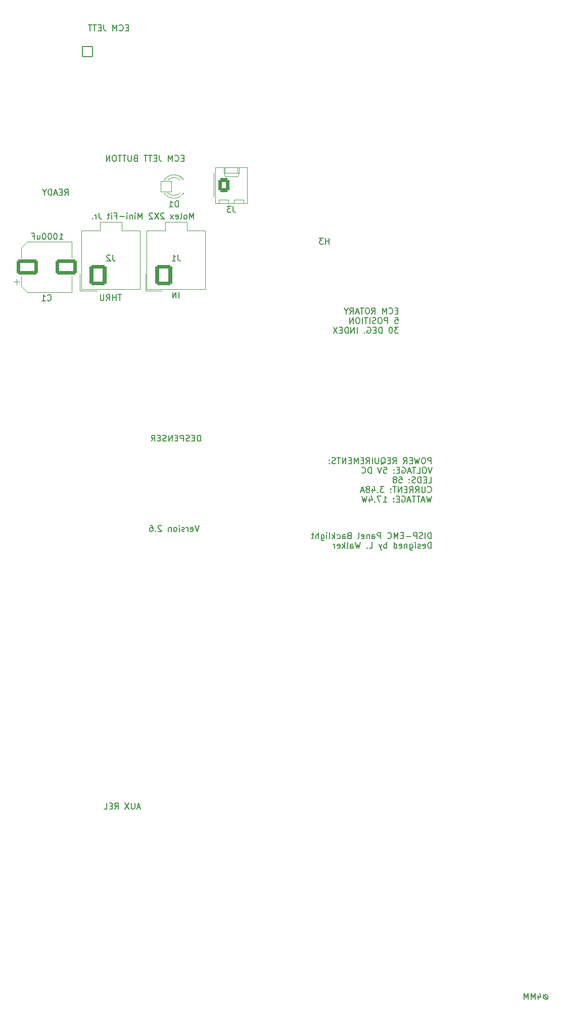
<source format=gbr>
%TF.GenerationSoftware,KiCad,Pcbnew,(6.0.9)*%
%TF.CreationDate,2023-01-06T20:48:44-09:00*%
%TF.ProjectId,ECM DISP PANEL,45434d20-4449-4535-9020-50414e454c2e,rev?*%
%TF.SameCoordinates,Original*%
%TF.FileFunction,Legend,Bot*%
%TF.FilePolarity,Positive*%
%FSLAX46Y46*%
G04 Gerber Fmt 4.6, Leading zero omitted, Abs format (unit mm)*
G04 Created by KiCad (PCBNEW (6.0.9)) date 2023-01-06 20:48:44*
%MOMM*%
%LPD*%
G01*
G04 APERTURE LIST*
G04 Aperture macros list*
%AMRoundRect*
0 Rectangle with rounded corners*
0 $1 Rounding radius*
0 $2 $3 $4 $5 $6 $7 $8 $9 X,Y pos of 4 corners*
0 Add a 4 corners polygon primitive as box body*
4,1,4,$2,$3,$4,$5,$6,$7,$8,$9,$2,$3,0*
0 Add four circle primitives for the rounded corners*
1,1,$1+$1,$2,$3*
1,1,$1+$1,$4,$5*
1,1,$1+$1,$6,$7*
1,1,$1+$1,$8,$9*
0 Add four rect primitives between the rounded corners*
20,1,$1+$1,$2,$3,$4,$5,0*
20,1,$1+$1,$4,$5,$6,$7,0*
20,1,$1+$1,$6,$7,$8,$9,0*
20,1,$1+$1,$8,$9,$2,$3,0*%
G04 Aperture macros list end*
%ADD10C,0.150000*%
%ADD11C,0.120000*%
%ADD12RoundRect,0.050000X-0.850000X-0.850000X0.850000X-0.850000X0.850000X0.850000X-0.850000X0.850000X0*%
%ADD13C,1.800000*%
%ADD14C,4.600000*%
%ADD15RoundRect,0.300001X-1.099999X-1.399999X1.099999X-1.399999X1.099999X1.399999X-1.099999X1.399999X0*%
%ADD16O,2.800000X3.400000*%
%ADD17RoundRect,0.300000X-1.500000X-1.000000X1.500000X-1.000000X1.500000X1.000000X-1.500000X1.000000X0*%
%ADD18RoundRect,0.050000X-0.900000X-0.900000X0.900000X-0.900000X0.900000X0.900000X-0.900000X0.900000X0*%
%ADD19C,1.900000*%
%ADD20RoundRect,0.300000X-0.620000X-0.845000X0.620000X-0.845000X0.620000X0.845000X-0.620000X0.845000X0*%
%ADD21O,1.840000X2.290000*%
G04 APERTURE END LIST*
D10*
X150278885Y-195372076D02*
X150088409Y-195372076D01*
X149897933Y-195467314D01*
X149802695Y-195657790D01*
X149802695Y-195848266D01*
X149897933Y-196038742D01*
X150088409Y-196133980D01*
X150278885Y-196133980D01*
X150469361Y-196038742D01*
X150564600Y-195848266D01*
X150564600Y-195657790D01*
X150469361Y-195467314D01*
X150278885Y-195372076D01*
X149802695Y-195372076D02*
X150564600Y-196133980D01*
X148897933Y-195467314D02*
X148897933Y-196133980D01*
X149136028Y-195086361D02*
X149374123Y-195800647D01*
X148755076Y-195800647D01*
X148374123Y-196133980D02*
X148374123Y-195133980D01*
X148040790Y-195848266D01*
X147707457Y-195133980D01*
X147707457Y-196133980D01*
X147231266Y-196133980D02*
X147231266Y-195133980D01*
X146897933Y-195848266D01*
X146564600Y-195133980D01*
X146564600Y-196133980D01*
X80223904Y-33456571D02*
X79890571Y-33456571D01*
X79747714Y-33980380D02*
X80223904Y-33980380D01*
X80223904Y-32980380D01*
X79747714Y-32980380D01*
X78747714Y-33885142D02*
X78795333Y-33932761D01*
X78938190Y-33980380D01*
X79033428Y-33980380D01*
X79176285Y-33932761D01*
X79271523Y-33837523D01*
X79319142Y-33742285D01*
X79366761Y-33551809D01*
X79366761Y-33408952D01*
X79319142Y-33218476D01*
X79271523Y-33123238D01*
X79176285Y-33028000D01*
X79033428Y-32980380D01*
X78938190Y-32980380D01*
X78795333Y-33028000D01*
X78747714Y-33075619D01*
X78319142Y-33980380D02*
X78319142Y-32980380D01*
X77985809Y-33694666D01*
X77652476Y-32980380D01*
X77652476Y-33980380D01*
X76128666Y-32980380D02*
X76128666Y-33694666D01*
X76176285Y-33837523D01*
X76271523Y-33932761D01*
X76414380Y-33980380D01*
X76509619Y-33980380D01*
X75652476Y-33456571D02*
X75319142Y-33456571D01*
X75176285Y-33980380D02*
X75652476Y-33980380D01*
X75652476Y-32980380D01*
X75176285Y-32980380D01*
X74890571Y-32980380D02*
X74319142Y-32980380D01*
X74604857Y-33980380D02*
X74604857Y-32980380D01*
X74128666Y-32980380D02*
X73557238Y-32980380D01*
X73842952Y-33980380D02*
X73842952Y-32980380D01*
X69572000Y-61502380D02*
X69905333Y-61026190D01*
X70143428Y-61502380D02*
X70143428Y-60502380D01*
X69762476Y-60502380D01*
X69667238Y-60550000D01*
X69619619Y-60597619D01*
X69572000Y-60692857D01*
X69572000Y-60835714D01*
X69619619Y-60930952D01*
X69667238Y-60978571D01*
X69762476Y-61026190D01*
X70143428Y-61026190D01*
X69143428Y-60978571D02*
X68810095Y-60978571D01*
X68667238Y-61502380D02*
X69143428Y-61502380D01*
X69143428Y-60502380D01*
X68667238Y-60502380D01*
X68286285Y-61216666D02*
X67810095Y-61216666D01*
X68381523Y-61502380D02*
X68048190Y-60502380D01*
X67714857Y-61502380D01*
X67381523Y-61502380D02*
X67381523Y-60502380D01*
X67143428Y-60502380D01*
X67000571Y-60550000D01*
X66905333Y-60645238D01*
X66857714Y-60740476D01*
X66810095Y-60930952D01*
X66810095Y-61073809D01*
X66857714Y-61264285D01*
X66905333Y-61359523D01*
X67000571Y-61454761D01*
X67143428Y-61502380D01*
X67381523Y-61502380D01*
X66191047Y-61026190D02*
X66191047Y-61502380D01*
X66524380Y-60502380D02*
X66191047Y-61026190D01*
X65857714Y-60502380D01*
X79083333Y-78152380D02*
X78511904Y-78152380D01*
X78797619Y-79152380D02*
X78797619Y-78152380D01*
X78178571Y-79152380D02*
X78178571Y-78152380D01*
X78178571Y-78628571D02*
X77607142Y-78628571D01*
X77607142Y-79152380D02*
X77607142Y-78152380D01*
X76559523Y-79152380D02*
X76892857Y-78676190D01*
X77130952Y-79152380D02*
X77130952Y-78152380D01*
X76750000Y-78152380D01*
X76654761Y-78200000D01*
X76607142Y-78247619D01*
X76559523Y-78342857D01*
X76559523Y-78485714D01*
X76607142Y-78580952D01*
X76654761Y-78628571D01*
X76750000Y-78676190D01*
X77130952Y-78676190D01*
X76130952Y-78152380D02*
X76130952Y-78961904D01*
X76083333Y-79057142D01*
X76035714Y-79104761D01*
X75940476Y-79152380D01*
X75750000Y-79152380D01*
X75654761Y-79104761D01*
X75607142Y-79057142D01*
X75559523Y-78961904D01*
X75559523Y-78152380D01*
X91152380Y-65502380D02*
X91152380Y-64502380D01*
X90819047Y-65216666D01*
X90485714Y-64502380D01*
X90485714Y-65502380D01*
X89866666Y-65502380D02*
X89961904Y-65454761D01*
X90009523Y-65407142D01*
X90057142Y-65311904D01*
X90057142Y-65026190D01*
X90009523Y-64930952D01*
X89961904Y-64883333D01*
X89866666Y-64835714D01*
X89723809Y-64835714D01*
X89628571Y-64883333D01*
X89580952Y-64930952D01*
X89533333Y-65026190D01*
X89533333Y-65311904D01*
X89580952Y-65407142D01*
X89628571Y-65454761D01*
X89723809Y-65502380D01*
X89866666Y-65502380D01*
X88961904Y-65502380D02*
X89057142Y-65454761D01*
X89104761Y-65359523D01*
X89104761Y-64502380D01*
X88200000Y-65454761D02*
X88295238Y-65502380D01*
X88485714Y-65502380D01*
X88580952Y-65454761D01*
X88628571Y-65359523D01*
X88628571Y-64978571D01*
X88580952Y-64883333D01*
X88485714Y-64835714D01*
X88295238Y-64835714D01*
X88200000Y-64883333D01*
X88152380Y-64978571D01*
X88152380Y-65073809D01*
X88628571Y-65169047D01*
X87819047Y-65502380D02*
X87295238Y-64835714D01*
X87819047Y-64835714D02*
X87295238Y-65502380D01*
X86200000Y-64597619D02*
X86152380Y-64550000D01*
X86057142Y-64502380D01*
X85819047Y-64502380D01*
X85723809Y-64550000D01*
X85676190Y-64597619D01*
X85628571Y-64692857D01*
X85628571Y-64788095D01*
X85676190Y-64930952D01*
X86247619Y-65502380D01*
X85628571Y-65502380D01*
X85295238Y-64502380D02*
X84628571Y-65502380D01*
X84628571Y-64502380D02*
X85295238Y-65502380D01*
X84295238Y-64597619D02*
X84247619Y-64550000D01*
X84152380Y-64502380D01*
X83914285Y-64502380D01*
X83819047Y-64550000D01*
X83771428Y-64597619D01*
X83723809Y-64692857D01*
X83723809Y-64788095D01*
X83771428Y-64930952D01*
X84342857Y-65502380D01*
X83723809Y-65502380D01*
X82533333Y-65502380D02*
X82533333Y-64502380D01*
X82200000Y-65216666D01*
X81866666Y-64502380D01*
X81866666Y-65502380D01*
X81390476Y-65502380D02*
X81390476Y-64835714D01*
X81390476Y-64502380D02*
X81438095Y-64550000D01*
X81390476Y-64597619D01*
X81342857Y-64550000D01*
X81390476Y-64502380D01*
X81390476Y-64597619D01*
X80914285Y-64835714D02*
X80914285Y-65502380D01*
X80914285Y-64930952D02*
X80866666Y-64883333D01*
X80771428Y-64835714D01*
X80628571Y-64835714D01*
X80533333Y-64883333D01*
X80485714Y-64978571D01*
X80485714Y-65502380D01*
X80009523Y-65502380D02*
X80009523Y-64835714D01*
X80009523Y-64502380D02*
X80057142Y-64550000D01*
X80009523Y-64597619D01*
X79961904Y-64550000D01*
X80009523Y-64502380D01*
X80009523Y-64597619D01*
X79533333Y-65121428D02*
X78771428Y-65121428D01*
X77961904Y-64978571D02*
X78295238Y-64978571D01*
X78295238Y-65502380D02*
X78295238Y-64502380D01*
X77819047Y-64502380D01*
X77438095Y-65502380D02*
X77438095Y-64835714D01*
X77438095Y-64502380D02*
X77485714Y-64550000D01*
X77438095Y-64597619D01*
X77390476Y-64550000D01*
X77438095Y-64502380D01*
X77438095Y-64597619D01*
X77104761Y-64835714D02*
X76723809Y-64835714D01*
X76961904Y-64502380D02*
X76961904Y-65359523D01*
X76914285Y-65454761D01*
X76819047Y-65502380D01*
X76723809Y-65502380D01*
X75342857Y-64502380D02*
X75342857Y-65216666D01*
X75390476Y-65359523D01*
X75485714Y-65454761D01*
X75628571Y-65502380D01*
X75723809Y-65502380D01*
X74866666Y-65502380D02*
X74866666Y-64835714D01*
X74866666Y-65026190D02*
X74819047Y-64930952D01*
X74771428Y-64883333D01*
X74676190Y-64835714D01*
X74580952Y-64835714D01*
X74247619Y-65407142D02*
X74200000Y-65454761D01*
X74247619Y-65502380D01*
X74295238Y-65454761D01*
X74247619Y-65407142D01*
X74247619Y-65502380D01*
X88723809Y-78752380D02*
X88723809Y-77752380D01*
X88247619Y-78752380D02*
X88247619Y-77752380D01*
X87676190Y-78752380D01*
X87676190Y-77752380D01*
X130982404Y-119027380D02*
X130982404Y-118027380D01*
X130744309Y-118027380D01*
X130601452Y-118075000D01*
X130506214Y-118170238D01*
X130458595Y-118265476D01*
X130410976Y-118455952D01*
X130410976Y-118598809D01*
X130458595Y-118789285D01*
X130506214Y-118884523D01*
X130601452Y-118979761D01*
X130744309Y-119027380D01*
X130982404Y-119027380D01*
X129982404Y-119027380D02*
X129982404Y-118027380D01*
X129553833Y-118979761D02*
X129410976Y-119027380D01*
X129172880Y-119027380D01*
X129077642Y-118979761D01*
X129030023Y-118932142D01*
X128982404Y-118836904D01*
X128982404Y-118741666D01*
X129030023Y-118646428D01*
X129077642Y-118598809D01*
X129172880Y-118551190D01*
X129363357Y-118503571D01*
X129458595Y-118455952D01*
X129506214Y-118408333D01*
X129553833Y-118313095D01*
X129553833Y-118217857D01*
X129506214Y-118122619D01*
X129458595Y-118075000D01*
X129363357Y-118027380D01*
X129125261Y-118027380D01*
X128982404Y-118075000D01*
X128553833Y-119027380D02*
X128553833Y-118027380D01*
X128172880Y-118027380D01*
X128077642Y-118075000D01*
X128030023Y-118122619D01*
X127982404Y-118217857D01*
X127982404Y-118360714D01*
X128030023Y-118455952D01*
X128077642Y-118503571D01*
X128172880Y-118551190D01*
X128553833Y-118551190D01*
X127553833Y-118646428D02*
X126791928Y-118646428D01*
X126315738Y-118503571D02*
X125982404Y-118503571D01*
X125839547Y-119027380D02*
X126315738Y-119027380D01*
X126315738Y-118027380D01*
X125839547Y-118027380D01*
X125410976Y-119027380D02*
X125410976Y-118027380D01*
X125077642Y-118741666D01*
X124744309Y-118027380D01*
X124744309Y-119027380D01*
X123696690Y-118932142D02*
X123744309Y-118979761D01*
X123887166Y-119027380D01*
X123982404Y-119027380D01*
X124125261Y-118979761D01*
X124220500Y-118884523D01*
X124268119Y-118789285D01*
X124315738Y-118598809D01*
X124315738Y-118455952D01*
X124268119Y-118265476D01*
X124220500Y-118170238D01*
X124125261Y-118075000D01*
X123982404Y-118027380D01*
X123887166Y-118027380D01*
X123744309Y-118075000D01*
X123696690Y-118122619D01*
X122506214Y-119027380D02*
X122506214Y-118027380D01*
X122125261Y-118027380D01*
X122030023Y-118075000D01*
X121982404Y-118122619D01*
X121934785Y-118217857D01*
X121934785Y-118360714D01*
X121982404Y-118455952D01*
X122030023Y-118503571D01*
X122125261Y-118551190D01*
X122506214Y-118551190D01*
X121077642Y-119027380D02*
X121077642Y-118503571D01*
X121125261Y-118408333D01*
X121220500Y-118360714D01*
X121410976Y-118360714D01*
X121506214Y-118408333D01*
X121077642Y-118979761D02*
X121172880Y-119027380D01*
X121410976Y-119027380D01*
X121506214Y-118979761D01*
X121553833Y-118884523D01*
X121553833Y-118789285D01*
X121506214Y-118694047D01*
X121410976Y-118646428D01*
X121172880Y-118646428D01*
X121077642Y-118598809D01*
X120601452Y-118360714D02*
X120601452Y-119027380D01*
X120601452Y-118455952D02*
X120553833Y-118408333D01*
X120458595Y-118360714D01*
X120315738Y-118360714D01*
X120220500Y-118408333D01*
X120172880Y-118503571D01*
X120172880Y-119027380D01*
X119315738Y-118979761D02*
X119410976Y-119027380D01*
X119601452Y-119027380D01*
X119696690Y-118979761D01*
X119744309Y-118884523D01*
X119744309Y-118503571D01*
X119696690Y-118408333D01*
X119601452Y-118360714D01*
X119410976Y-118360714D01*
X119315738Y-118408333D01*
X119268119Y-118503571D01*
X119268119Y-118598809D01*
X119744309Y-118694047D01*
X118696690Y-119027380D02*
X118791928Y-118979761D01*
X118839547Y-118884523D01*
X118839547Y-118027380D01*
X117220500Y-118503571D02*
X117077642Y-118551190D01*
X117030023Y-118598809D01*
X116982404Y-118694047D01*
X116982404Y-118836904D01*
X117030023Y-118932142D01*
X117077642Y-118979761D01*
X117172880Y-119027380D01*
X117553833Y-119027380D01*
X117553833Y-118027380D01*
X117220500Y-118027380D01*
X117125261Y-118075000D01*
X117077642Y-118122619D01*
X117030023Y-118217857D01*
X117030023Y-118313095D01*
X117077642Y-118408333D01*
X117125261Y-118455952D01*
X117220500Y-118503571D01*
X117553833Y-118503571D01*
X116125261Y-119027380D02*
X116125261Y-118503571D01*
X116172880Y-118408333D01*
X116268119Y-118360714D01*
X116458595Y-118360714D01*
X116553833Y-118408333D01*
X116125261Y-118979761D02*
X116220500Y-119027380D01*
X116458595Y-119027380D01*
X116553833Y-118979761D01*
X116601452Y-118884523D01*
X116601452Y-118789285D01*
X116553833Y-118694047D01*
X116458595Y-118646428D01*
X116220500Y-118646428D01*
X116125261Y-118598809D01*
X115220500Y-118979761D02*
X115315738Y-119027380D01*
X115506214Y-119027380D01*
X115601452Y-118979761D01*
X115649071Y-118932142D01*
X115696690Y-118836904D01*
X115696690Y-118551190D01*
X115649071Y-118455952D01*
X115601452Y-118408333D01*
X115506214Y-118360714D01*
X115315738Y-118360714D01*
X115220500Y-118408333D01*
X114791928Y-119027380D02*
X114791928Y-118027380D01*
X114696690Y-118646428D02*
X114410976Y-119027380D01*
X114410976Y-118360714D02*
X114791928Y-118741666D01*
X113839547Y-119027380D02*
X113934785Y-118979761D01*
X113982404Y-118884523D01*
X113982404Y-118027380D01*
X113458595Y-119027380D02*
X113458595Y-118360714D01*
X113458595Y-118027380D02*
X113506214Y-118075000D01*
X113458595Y-118122619D01*
X113410976Y-118075000D01*
X113458595Y-118027380D01*
X113458595Y-118122619D01*
X112553833Y-118360714D02*
X112553833Y-119170238D01*
X112601452Y-119265476D01*
X112649071Y-119313095D01*
X112744309Y-119360714D01*
X112887166Y-119360714D01*
X112982404Y-119313095D01*
X112553833Y-118979761D02*
X112649071Y-119027380D01*
X112839547Y-119027380D01*
X112934785Y-118979761D01*
X112982404Y-118932142D01*
X113030023Y-118836904D01*
X113030023Y-118551190D01*
X112982404Y-118455952D01*
X112934785Y-118408333D01*
X112839547Y-118360714D01*
X112649071Y-118360714D01*
X112553833Y-118408333D01*
X112077642Y-119027380D02*
X112077642Y-118027380D01*
X111649071Y-119027380D02*
X111649071Y-118503571D01*
X111696690Y-118408333D01*
X111791928Y-118360714D01*
X111934785Y-118360714D01*
X112030023Y-118408333D01*
X112077642Y-118455952D01*
X111315738Y-118360714D02*
X110934785Y-118360714D01*
X111172880Y-118027380D02*
X111172880Y-118884523D01*
X111125261Y-118979761D01*
X111030023Y-119027380D01*
X110934785Y-119027380D01*
X130982404Y-120637380D02*
X130982404Y-119637380D01*
X130744309Y-119637380D01*
X130601452Y-119685000D01*
X130506214Y-119780238D01*
X130458595Y-119875476D01*
X130410976Y-120065952D01*
X130410976Y-120208809D01*
X130458595Y-120399285D01*
X130506214Y-120494523D01*
X130601452Y-120589761D01*
X130744309Y-120637380D01*
X130982404Y-120637380D01*
X129601452Y-120589761D02*
X129696690Y-120637380D01*
X129887166Y-120637380D01*
X129982404Y-120589761D01*
X130030023Y-120494523D01*
X130030023Y-120113571D01*
X129982404Y-120018333D01*
X129887166Y-119970714D01*
X129696690Y-119970714D01*
X129601452Y-120018333D01*
X129553833Y-120113571D01*
X129553833Y-120208809D01*
X130030023Y-120304047D01*
X129172880Y-120589761D02*
X129077642Y-120637380D01*
X128887166Y-120637380D01*
X128791928Y-120589761D01*
X128744309Y-120494523D01*
X128744309Y-120446904D01*
X128791928Y-120351666D01*
X128887166Y-120304047D01*
X129030023Y-120304047D01*
X129125261Y-120256428D01*
X129172880Y-120161190D01*
X129172880Y-120113571D01*
X129125261Y-120018333D01*
X129030023Y-119970714D01*
X128887166Y-119970714D01*
X128791928Y-120018333D01*
X128315738Y-120637380D02*
X128315738Y-119970714D01*
X128315738Y-119637380D02*
X128363357Y-119685000D01*
X128315738Y-119732619D01*
X128268119Y-119685000D01*
X128315738Y-119637380D01*
X128315738Y-119732619D01*
X127410976Y-119970714D02*
X127410976Y-120780238D01*
X127458595Y-120875476D01*
X127506214Y-120923095D01*
X127601452Y-120970714D01*
X127744309Y-120970714D01*
X127839547Y-120923095D01*
X127410976Y-120589761D02*
X127506214Y-120637380D01*
X127696690Y-120637380D01*
X127791928Y-120589761D01*
X127839547Y-120542142D01*
X127887166Y-120446904D01*
X127887166Y-120161190D01*
X127839547Y-120065952D01*
X127791928Y-120018333D01*
X127696690Y-119970714D01*
X127506214Y-119970714D01*
X127410976Y-120018333D01*
X126934785Y-119970714D02*
X126934785Y-120637380D01*
X126934785Y-120065952D02*
X126887166Y-120018333D01*
X126791928Y-119970714D01*
X126649071Y-119970714D01*
X126553833Y-120018333D01*
X126506214Y-120113571D01*
X126506214Y-120637380D01*
X125649071Y-120589761D02*
X125744309Y-120637380D01*
X125934785Y-120637380D01*
X126030023Y-120589761D01*
X126077642Y-120494523D01*
X126077642Y-120113571D01*
X126030023Y-120018333D01*
X125934785Y-119970714D01*
X125744309Y-119970714D01*
X125649071Y-120018333D01*
X125601452Y-120113571D01*
X125601452Y-120208809D01*
X126077642Y-120304047D01*
X124744309Y-120637380D02*
X124744309Y-119637380D01*
X124744309Y-120589761D02*
X124839547Y-120637380D01*
X125030023Y-120637380D01*
X125125261Y-120589761D01*
X125172880Y-120542142D01*
X125220500Y-120446904D01*
X125220500Y-120161190D01*
X125172880Y-120065952D01*
X125125261Y-120018333D01*
X125030023Y-119970714D01*
X124839547Y-119970714D01*
X124744309Y-120018333D01*
X123506214Y-120637380D02*
X123506214Y-119637380D01*
X123506214Y-120018333D02*
X123410976Y-119970714D01*
X123220500Y-119970714D01*
X123125261Y-120018333D01*
X123077642Y-120065952D01*
X123030023Y-120161190D01*
X123030023Y-120446904D01*
X123077642Y-120542142D01*
X123125261Y-120589761D01*
X123220500Y-120637380D01*
X123410976Y-120637380D01*
X123506214Y-120589761D01*
X122696690Y-119970714D02*
X122458595Y-120637380D01*
X122220500Y-119970714D02*
X122458595Y-120637380D01*
X122553833Y-120875476D01*
X122601452Y-120923095D01*
X122696690Y-120970714D01*
X120601452Y-120637380D02*
X121077642Y-120637380D01*
X121077642Y-119637380D01*
X120268119Y-120542142D02*
X120220500Y-120589761D01*
X120268119Y-120637380D01*
X120315738Y-120589761D01*
X120268119Y-120542142D01*
X120268119Y-120637380D01*
X119125261Y-119637380D02*
X118887166Y-120637380D01*
X118696690Y-119923095D01*
X118506214Y-120637380D01*
X118268119Y-119637380D01*
X117458595Y-120637380D02*
X117458595Y-120113571D01*
X117506214Y-120018333D01*
X117601452Y-119970714D01*
X117791928Y-119970714D01*
X117887166Y-120018333D01*
X117458595Y-120589761D02*
X117553833Y-120637380D01*
X117791928Y-120637380D01*
X117887166Y-120589761D01*
X117934785Y-120494523D01*
X117934785Y-120399285D01*
X117887166Y-120304047D01*
X117791928Y-120256428D01*
X117553833Y-120256428D01*
X117458595Y-120208809D01*
X116839547Y-120637380D02*
X116934785Y-120589761D01*
X116982404Y-120494523D01*
X116982404Y-119637380D01*
X116458595Y-120637380D02*
X116458595Y-119637380D01*
X116363357Y-120256428D02*
X116077642Y-120637380D01*
X116077642Y-119970714D02*
X116458595Y-120351666D01*
X115268119Y-120589761D02*
X115363357Y-120637380D01*
X115553833Y-120637380D01*
X115649071Y-120589761D01*
X115696690Y-120494523D01*
X115696690Y-120113571D01*
X115649071Y-120018333D01*
X115553833Y-119970714D01*
X115363357Y-119970714D01*
X115268119Y-120018333D01*
X115220500Y-120113571D01*
X115220500Y-120208809D01*
X115696690Y-120304047D01*
X114791928Y-120637380D02*
X114791928Y-119970714D01*
X114791928Y-120161190D02*
X114744309Y-120065952D01*
X114696690Y-120018333D01*
X114601452Y-119970714D01*
X114506214Y-119970714D01*
X92074476Y-116800380D02*
X91741142Y-117800380D01*
X91407809Y-116800380D01*
X90693523Y-117752761D02*
X90788761Y-117800380D01*
X90979238Y-117800380D01*
X91074476Y-117752761D01*
X91122095Y-117657523D01*
X91122095Y-117276571D01*
X91074476Y-117181333D01*
X90979238Y-117133714D01*
X90788761Y-117133714D01*
X90693523Y-117181333D01*
X90645904Y-117276571D01*
X90645904Y-117371809D01*
X91122095Y-117467047D01*
X90217333Y-117800380D02*
X90217333Y-117133714D01*
X90217333Y-117324190D02*
X90169714Y-117228952D01*
X90122095Y-117181333D01*
X90026857Y-117133714D01*
X89931619Y-117133714D01*
X89645904Y-117752761D02*
X89550666Y-117800380D01*
X89360190Y-117800380D01*
X89264952Y-117752761D01*
X89217333Y-117657523D01*
X89217333Y-117609904D01*
X89264952Y-117514666D01*
X89360190Y-117467047D01*
X89503047Y-117467047D01*
X89598285Y-117419428D01*
X89645904Y-117324190D01*
X89645904Y-117276571D01*
X89598285Y-117181333D01*
X89503047Y-117133714D01*
X89360190Y-117133714D01*
X89264952Y-117181333D01*
X88788761Y-117800380D02*
X88788761Y-117133714D01*
X88788761Y-116800380D02*
X88836380Y-116848000D01*
X88788761Y-116895619D01*
X88741142Y-116848000D01*
X88788761Y-116800380D01*
X88788761Y-116895619D01*
X88169714Y-117800380D02*
X88264952Y-117752761D01*
X88312571Y-117705142D01*
X88360190Y-117609904D01*
X88360190Y-117324190D01*
X88312571Y-117228952D01*
X88264952Y-117181333D01*
X88169714Y-117133714D01*
X88026857Y-117133714D01*
X87931619Y-117181333D01*
X87884000Y-117228952D01*
X87836380Y-117324190D01*
X87836380Y-117609904D01*
X87884000Y-117705142D01*
X87931619Y-117752761D01*
X88026857Y-117800380D01*
X88169714Y-117800380D01*
X87407809Y-117133714D02*
X87407809Y-117800380D01*
X87407809Y-117228952D02*
X87360190Y-117181333D01*
X87264952Y-117133714D01*
X87122095Y-117133714D01*
X87026857Y-117181333D01*
X86979238Y-117276571D01*
X86979238Y-117800380D01*
X85788761Y-116895619D02*
X85741142Y-116848000D01*
X85645904Y-116800380D01*
X85407809Y-116800380D01*
X85312571Y-116848000D01*
X85264952Y-116895619D01*
X85217333Y-116990857D01*
X85217333Y-117086095D01*
X85264952Y-117228952D01*
X85836380Y-117800380D01*
X85217333Y-117800380D01*
X84788761Y-117705142D02*
X84741142Y-117752761D01*
X84788761Y-117800380D01*
X84836380Y-117752761D01*
X84788761Y-117705142D01*
X84788761Y-117800380D01*
X83884000Y-116800380D02*
X84074476Y-116800380D01*
X84169714Y-116848000D01*
X84217333Y-116895619D01*
X84312571Y-117038476D01*
X84360190Y-117228952D01*
X84360190Y-117609904D01*
X84312571Y-117705142D01*
X84264952Y-117752761D01*
X84169714Y-117800380D01*
X83979238Y-117800380D01*
X83884000Y-117752761D01*
X83836380Y-117705142D01*
X83788761Y-117609904D01*
X83788761Y-117371809D01*
X83836380Y-117276571D01*
X83884000Y-117228952D01*
X83979238Y-117181333D01*
X84169714Y-117181333D01*
X84264952Y-117228952D01*
X84312571Y-117276571D01*
X84360190Y-117371809D01*
X130982404Y-106452380D02*
X130982404Y-105452380D01*
X130601452Y-105452380D01*
X130506214Y-105500000D01*
X130458595Y-105547619D01*
X130410976Y-105642857D01*
X130410976Y-105785714D01*
X130458595Y-105880952D01*
X130506214Y-105928571D01*
X130601452Y-105976190D01*
X130982404Y-105976190D01*
X129791928Y-105452380D02*
X129601452Y-105452380D01*
X129506214Y-105500000D01*
X129410976Y-105595238D01*
X129363357Y-105785714D01*
X129363357Y-106119047D01*
X129410976Y-106309523D01*
X129506214Y-106404761D01*
X129601452Y-106452380D01*
X129791928Y-106452380D01*
X129887166Y-106404761D01*
X129982404Y-106309523D01*
X130030023Y-106119047D01*
X130030023Y-105785714D01*
X129982404Y-105595238D01*
X129887166Y-105500000D01*
X129791928Y-105452380D01*
X129030023Y-105452380D02*
X128791928Y-106452380D01*
X128601452Y-105738095D01*
X128410976Y-106452380D01*
X128172880Y-105452380D01*
X127791928Y-105928571D02*
X127458595Y-105928571D01*
X127315738Y-106452380D02*
X127791928Y-106452380D01*
X127791928Y-105452380D01*
X127315738Y-105452380D01*
X126315738Y-106452380D02*
X126649071Y-105976190D01*
X126887166Y-106452380D02*
X126887166Y-105452380D01*
X126506214Y-105452380D01*
X126410976Y-105500000D01*
X126363357Y-105547619D01*
X126315738Y-105642857D01*
X126315738Y-105785714D01*
X126363357Y-105880952D01*
X126410976Y-105928571D01*
X126506214Y-105976190D01*
X126887166Y-105976190D01*
X124553833Y-106452380D02*
X124887166Y-105976190D01*
X125125261Y-106452380D02*
X125125261Y-105452380D01*
X124744309Y-105452380D01*
X124649071Y-105500000D01*
X124601452Y-105547619D01*
X124553833Y-105642857D01*
X124553833Y-105785714D01*
X124601452Y-105880952D01*
X124649071Y-105928571D01*
X124744309Y-105976190D01*
X125125261Y-105976190D01*
X124125261Y-105928571D02*
X123791928Y-105928571D01*
X123649071Y-106452380D02*
X124125261Y-106452380D01*
X124125261Y-105452380D01*
X123649071Y-105452380D01*
X122553833Y-106547619D02*
X122649071Y-106500000D01*
X122744309Y-106404761D01*
X122887166Y-106261904D01*
X122982404Y-106214285D01*
X123077642Y-106214285D01*
X123030023Y-106452380D02*
X123125261Y-106404761D01*
X123220500Y-106309523D01*
X123268119Y-106119047D01*
X123268119Y-105785714D01*
X123220500Y-105595238D01*
X123125261Y-105500000D01*
X123030023Y-105452380D01*
X122839547Y-105452380D01*
X122744309Y-105500000D01*
X122649071Y-105595238D01*
X122601452Y-105785714D01*
X122601452Y-106119047D01*
X122649071Y-106309523D01*
X122744309Y-106404761D01*
X122839547Y-106452380D01*
X123030023Y-106452380D01*
X122172880Y-105452380D02*
X122172880Y-106261904D01*
X122125261Y-106357142D01*
X122077642Y-106404761D01*
X121982404Y-106452380D01*
X121791928Y-106452380D01*
X121696690Y-106404761D01*
X121649071Y-106357142D01*
X121601452Y-106261904D01*
X121601452Y-105452380D01*
X121125261Y-106452380D02*
X121125261Y-105452380D01*
X120077642Y-106452380D02*
X120410976Y-105976190D01*
X120649071Y-106452380D02*
X120649071Y-105452380D01*
X120268119Y-105452380D01*
X120172880Y-105500000D01*
X120125261Y-105547619D01*
X120077642Y-105642857D01*
X120077642Y-105785714D01*
X120125261Y-105880952D01*
X120172880Y-105928571D01*
X120268119Y-105976190D01*
X120649071Y-105976190D01*
X119649071Y-105928571D02*
X119315738Y-105928571D01*
X119172880Y-106452380D02*
X119649071Y-106452380D01*
X119649071Y-105452380D01*
X119172880Y-105452380D01*
X118744309Y-106452380D02*
X118744309Y-105452380D01*
X118410976Y-106166666D01*
X118077642Y-105452380D01*
X118077642Y-106452380D01*
X117601452Y-105928571D02*
X117268119Y-105928571D01*
X117125261Y-106452380D02*
X117601452Y-106452380D01*
X117601452Y-105452380D01*
X117125261Y-105452380D01*
X116696690Y-106452380D02*
X116696690Y-105452380D01*
X116125261Y-106452380D01*
X116125261Y-105452380D01*
X115791928Y-105452380D02*
X115220500Y-105452380D01*
X115506214Y-106452380D02*
X115506214Y-105452380D01*
X114934785Y-106404761D02*
X114791928Y-106452380D01*
X114553833Y-106452380D01*
X114458595Y-106404761D01*
X114410976Y-106357142D01*
X114363357Y-106261904D01*
X114363357Y-106166666D01*
X114410976Y-106071428D01*
X114458595Y-106023809D01*
X114553833Y-105976190D01*
X114744309Y-105928571D01*
X114839547Y-105880952D01*
X114887166Y-105833333D01*
X114934785Y-105738095D01*
X114934785Y-105642857D01*
X114887166Y-105547619D01*
X114839547Y-105500000D01*
X114744309Y-105452380D01*
X114506214Y-105452380D01*
X114363357Y-105500000D01*
X113934785Y-106357142D02*
X113887166Y-106404761D01*
X113934785Y-106452380D01*
X113982404Y-106404761D01*
X113934785Y-106357142D01*
X113934785Y-106452380D01*
X113934785Y-105833333D02*
X113887166Y-105880952D01*
X113934785Y-105928571D01*
X113982404Y-105880952D01*
X113934785Y-105833333D01*
X113934785Y-105928571D01*
X131125261Y-107062380D02*
X130791928Y-108062380D01*
X130458595Y-107062380D01*
X129934785Y-107062380D02*
X129744309Y-107062380D01*
X129649071Y-107110000D01*
X129553833Y-107205238D01*
X129506214Y-107395714D01*
X129506214Y-107729047D01*
X129553833Y-107919523D01*
X129649071Y-108014761D01*
X129744309Y-108062380D01*
X129934785Y-108062380D01*
X130030023Y-108014761D01*
X130125261Y-107919523D01*
X130172880Y-107729047D01*
X130172880Y-107395714D01*
X130125261Y-107205238D01*
X130030023Y-107110000D01*
X129934785Y-107062380D01*
X128601452Y-108062380D02*
X129077642Y-108062380D01*
X129077642Y-107062380D01*
X128410976Y-107062380D02*
X127839547Y-107062380D01*
X128125261Y-108062380D02*
X128125261Y-107062380D01*
X127553833Y-107776666D02*
X127077642Y-107776666D01*
X127649071Y-108062380D02*
X127315738Y-107062380D01*
X126982404Y-108062380D01*
X126125261Y-107110000D02*
X126220500Y-107062380D01*
X126363357Y-107062380D01*
X126506214Y-107110000D01*
X126601452Y-107205238D01*
X126649071Y-107300476D01*
X126696690Y-107490952D01*
X126696690Y-107633809D01*
X126649071Y-107824285D01*
X126601452Y-107919523D01*
X126506214Y-108014761D01*
X126363357Y-108062380D01*
X126268119Y-108062380D01*
X126125261Y-108014761D01*
X126077642Y-107967142D01*
X126077642Y-107633809D01*
X126268119Y-107633809D01*
X125649071Y-107538571D02*
X125315738Y-107538571D01*
X125172880Y-108062380D02*
X125649071Y-108062380D01*
X125649071Y-107062380D01*
X125172880Y-107062380D01*
X124744309Y-107967142D02*
X124696690Y-108014761D01*
X124744309Y-108062380D01*
X124791928Y-108014761D01*
X124744309Y-107967142D01*
X124744309Y-108062380D01*
X124744309Y-107443333D02*
X124696690Y-107490952D01*
X124744309Y-107538571D01*
X124791928Y-107490952D01*
X124744309Y-107443333D01*
X124744309Y-107538571D01*
X123030023Y-107062380D02*
X123506214Y-107062380D01*
X123553833Y-107538571D01*
X123506214Y-107490952D01*
X123410976Y-107443333D01*
X123172880Y-107443333D01*
X123077642Y-107490952D01*
X123030023Y-107538571D01*
X122982404Y-107633809D01*
X122982404Y-107871904D01*
X123030023Y-107967142D01*
X123077642Y-108014761D01*
X123172880Y-108062380D01*
X123410976Y-108062380D01*
X123506214Y-108014761D01*
X123553833Y-107967142D01*
X122696690Y-107062380D02*
X122363357Y-108062380D01*
X122030023Y-107062380D01*
X120934785Y-108062380D02*
X120934785Y-107062380D01*
X120696690Y-107062380D01*
X120553833Y-107110000D01*
X120458595Y-107205238D01*
X120410976Y-107300476D01*
X120363357Y-107490952D01*
X120363357Y-107633809D01*
X120410976Y-107824285D01*
X120458595Y-107919523D01*
X120553833Y-108014761D01*
X120696690Y-108062380D01*
X120934785Y-108062380D01*
X119363357Y-107967142D02*
X119410976Y-108014761D01*
X119553833Y-108062380D01*
X119649071Y-108062380D01*
X119791928Y-108014761D01*
X119887166Y-107919523D01*
X119934785Y-107824285D01*
X119982404Y-107633809D01*
X119982404Y-107490952D01*
X119934785Y-107300476D01*
X119887166Y-107205238D01*
X119791928Y-107110000D01*
X119649071Y-107062380D01*
X119553833Y-107062380D01*
X119410976Y-107110000D01*
X119363357Y-107157619D01*
X130506214Y-109672380D02*
X130982404Y-109672380D01*
X130982404Y-108672380D01*
X130172880Y-109148571D02*
X129839547Y-109148571D01*
X129696690Y-109672380D02*
X130172880Y-109672380D01*
X130172880Y-108672380D01*
X129696690Y-108672380D01*
X129268119Y-109672380D02*
X129268119Y-108672380D01*
X129030023Y-108672380D01*
X128887166Y-108720000D01*
X128791928Y-108815238D01*
X128744309Y-108910476D01*
X128696690Y-109100952D01*
X128696690Y-109243809D01*
X128744309Y-109434285D01*
X128791928Y-109529523D01*
X128887166Y-109624761D01*
X129030023Y-109672380D01*
X129268119Y-109672380D01*
X128315738Y-109624761D02*
X128172880Y-109672380D01*
X127934785Y-109672380D01*
X127839547Y-109624761D01*
X127791928Y-109577142D01*
X127744309Y-109481904D01*
X127744309Y-109386666D01*
X127791928Y-109291428D01*
X127839547Y-109243809D01*
X127934785Y-109196190D01*
X128125261Y-109148571D01*
X128220500Y-109100952D01*
X128268119Y-109053333D01*
X128315738Y-108958095D01*
X128315738Y-108862857D01*
X128268119Y-108767619D01*
X128220500Y-108720000D01*
X128125261Y-108672380D01*
X127887166Y-108672380D01*
X127744309Y-108720000D01*
X127315738Y-109577142D02*
X127268119Y-109624761D01*
X127315738Y-109672380D01*
X127363357Y-109624761D01*
X127315738Y-109577142D01*
X127315738Y-109672380D01*
X127315738Y-109053333D02*
X127268119Y-109100952D01*
X127315738Y-109148571D01*
X127363357Y-109100952D01*
X127315738Y-109053333D01*
X127315738Y-109148571D01*
X125601452Y-108672380D02*
X126077642Y-108672380D01*
X126125261Y-109148571D01*
X126077642Y-109100952D01*
X125982404Y-109053333D01*
X125744309Y-109053333D01*
X125649071Y-109100952D01*
X125601452Y-109148571D01*
X125553833Y-109243809D01*
X125553833Y-109481904D01*
X125601452Y-109577142D01*
X125649071Y-109624761D01*
X125744309Y-109672380D01*
X125982404Y-109672380D01*
X126077642Y-109624761D01*
X126125261Y-109577142D01*
X124982404Y-109100952D02*
X125077642Y-109053333D01*
X125125261Y-109005714D01*
X125172880Y-108910476D01*
X125172880Y-108862857D01*
X125125261Y-108767619D01*
X125077642Y-108720000D01*
X124982404Y-108672380D01*
X124791928Y-108672380D01*
X124696690Y-108720000D01*
X124649071Y-108767619D01*
X124601452Y-108862857D01*
X124601452Y-108910476D01*
X124649071Y-109005714D01*
X124696690Y-109053333D01*
X124791928Y-109100952D01*
X124982404Y-109100952D01*
X125077642Y-109148571D01*
X125125261Y-109196190D01*
X125172880Y-109291428D01*
X125172880Y-109481904D01*
X125125261Y-109577142D01*
X125077642Y-109624761D01*
X124982404Y-109672380D01*
X124791928Y-109672380D01*
X124696690Y-109624761D01*
X124649071Y-109577142D01*
X124601452Y-109481904D01*
X124601452Y-109291428D01*
X124649071Y-109196190D01*
X124696690Y-109148571D01*
X124791928Y-109100952D01*
X130410976Y-111187142D02*
X130458595Y-111234761D01*
X130601452Y-111282380D01*
X130696690Y-111282380D01*
X130839547Y-111234761D01*
X130934785Y-111139523D01*
X130982404Y-111044285D01*
X131030023Y-110853809D01*
X131030023Y-110710952D01*
X130982404Y-110520476D01*
X130934785Y-110425238D01*
X130839547Y-110330000D01*
X130696690Y-110282380D01*
X130601452Y-110282380D01*
X130458595Y-110330000D01*
X130410976Y-110377619D01*
X129982404Y-110282380D02*
X129982404Y-111091904D01*
X129934785Y-111187142D01*
X129887166Y-111234761D01*
X129791928Y-111282380D01*
X129601452Y-111282380D01*
X129506214Y-111234761D01*
X129458595Y-111187142D01*
X129410976Y-111091904D01*
X129410976Y-110282380D01*
X128363357Y-111282380D02*
X128696690Y-110806190D01*
X128934785Y-111282380D02*
X128934785Y-110282380D01*
X128553833Y-110282380D01*
X128458595Y-110330000D01*
X128410976Y-110377619D01*
X128363357Y-110472857D01*
X128363357Y-110615714D01*
X128410976Y-110710952D01*
X128458595Y-110758571D01*
X128553833Y-110806190D01*
X128934785Y-110806190D01*
X127363357Y-111282380D02*
X127696690Y-110806190D01*
X127934785Y-111282380D02*
X127934785Y-110282380D01*
X127553833Y-110282380D01*
X127458595Y-110330000D01*
X127410976Y-110377619D01*
X127363357Y-110472857D01*
X127363357Y-110615714D01*
X127410976Y-110710952D01*
X127458595Y-110758571D01*
X127553833Y-110806190D01*
X127934785Y-110806190D01*
X126934785Y-110758571D02*
X126601452Y-110758571D01*
X126458595Y-111282380D02*
X126934785Y-111282380D01*
X126934785Y-110282380D01*
X126458595Y-110282380D01*
X126030023Y-111282380D02*
X126030023Y-110282380D01*
X125458595Y-111282380D01*
X125458595Y-110282380D01*
X125125261Y-110282380D02*
X124553833Y-110282380D01*
X124839547Y-111282380D02*
X124839547Y-110282380D01*
X124220500Y-111187142D02*
X124172880Y-111234761D01*
X124220500Y-111282380D01*
X124268119Y-111234761D01*
X124220500Y-111187142D01*
X124220500Y-111282380D01*
X124220500Y-110663333D02*
X124172880Y-110710952D01*
X124220500Y-110758571D01*
X124268119Y-110710952D01*
X124220500Y-110663333D01*
X124220500Y-110758571D01*
X123077642Y-110282380D02*
X122458595Y-110282380D01*
X122791928Y-110663333D01*
X122649071Y-110663333D01*
X122553833Y-110710952D01*
X122506214Y-110758571D01*
X122458595Y-110853809D01*
X122458595Y-111091904D01*
X122506214Y-111187142D01*
X122553833Y-111234761D01*
X122649071Y-111282380D01*
X122934785Y-111282380D01*
X123030023Y-111234761D01*
X123077642Y-111187142D01*
X122030023Y-111187142D02*
X121982404Y-111234761D01*
X122030023Y-111282380D01*
X122077642Y-111234761D01*
X122030023Y-111187142D01*
X122030023Y-111282380D01*
X121125261Y-110615714D02*
X121125261Y-111282380D01*
X121363357Y-110234761D02*
X121601452Y-110949047D01*
X120982404Y-110949047D01*
X120458595Y-110710952D02*
X120553833Y-110663333D01*
X120601452Y-110615714D01*
X120649071Y-110520476D01*
X120649071Y-110472857D01*
X120601452Y-110377619D01*
X120553833Y-110330000D01*
X120458595Y-110282380D01*
X120268119Y-110282380D01*
X120172880Y-110330000D01*
X120125261Y-110377619D01*
X120077642Y-110472857D01*
X120077642Y-110520476D01*
X120125261Y-110615714D01*
X120172880Y-110663333D01*
X120268119Y-110710952D01*
X120458595Y-110710952D01*
X120553833Y-110758571D01*
X120601452Y-110806190D01*
X120649071Y-110901428D01*
X120649071Y-111091904D01*
X120601452Y-111187142D01*
X120553833Y-111234761D01*
X120458595Y-111282380D01*
X120268119Y-111282380D01*
X120172880Y-111234761D01*
X120125261Y-111187142D01*
X120077642Y-111091904D01*
X120077642Y-110901428D01*
X120125261Y-110806190D01*
X120172880Y-110758571D01*
X120268119Y-110710952D01*
X119696690Y-110996666D02*
X119220500Y-110996666D01*
X119791928Y-111282380D02*
X119458595Y-110282380D01*
X119125261Y-111282380D01*
X131077642Y-111892380D02*
X130839547Y-112892380D01*
X130649071Y-112178095D01*
X130458595Y-112892380D01*
X130220500Y-111892380D01*
X129887166Y-112606666D02*
X129410976Y-112606666D01*
X129982404Y-112892380D02*
X129649071Y-111892380D01*
X129315738Y-112892380D01*
X129125261Y-111892380D02*
X128553833Y-111892380D01*
X128839547Y-112892380D02*
X128839547Y-111892380D01*
X128363357Y-111892380D02*
X127791928Y-111892380D01*
X128077642Y-112892380D02*
X128077642Y-111892380D01*
X127506214Y-112606666D02*
X127030023Y-112606666D01*
X127601452Y-112892380D02*
X127268119Y-111892380D01*
X126934785Y-112892380D01*
X126077642Y-111940000D02*
X126172880Y-111892380D01*
X126315738Y-111892380D01*
X126458595Y-111940000D01*
X126553833Y-112035238D01*
X126601452Y-112130476D01*
X126649071Y-112320952D01*
X126649071Y-112463809D01*
X126601452Y-112654285D01*
X126553833Y-112749523D01*
X126458595Y-112844761D01*
X126315738Y-112892380D01*
X126220500Y-112892380D01*
X126077642Y-112844761D01*
X126030023Y-112797142D01*
X126030023Y-112463809D01*
X126220500Y-112463809D01*
X125601452Y-112368571D02*
X125268119Y-112368571D01*
X125125261Y-112892380D02*
X125601452Y-112892380D01*
X125601452Y-111892380D01*
X125125261Y-111892380D01*
X124696690Y-112797142D02*
X124649071Y-112844761D01*
X124696690Y-112892380D01*
X124744309Y-112844761D01*
X124696690Y-112797142D01*
X124696690Y-112892380D01*
X124696690Y-112273333D02*
X124649071Y-112320952D01*
X124696690Y-112368571D01*
X124744309Y-112320952D01*
X124696690Y-112273333D01*
X124696690Y-112368571D01*
X122934785Y-112892380D02*
X123506214Y-112892380D01*
X123220500Y-112892380D02*
X123220500Y-111892380D01*
X123315738Y-112035238D01*
X123410976Y-112130476D01*
X123506214Y-112178095D01*
X122601452Y-111892380D02*
X121934785Y-111892380D01*
X122363357Y-112892380D01*
X121553833Y-112797142D02*
X121506214Y-112844761D01*
X121553833Y-112892380D01*
X121601452Y-112844761D01*
X121553833Y-112797142D01*
X121553833Y-112892380D01*
X120649071Y-112225714D02*
X120649071Y-112892380D01*
X120887166Y-111844761D02*
X121125261Y-112559047D01*
X120506214Y-112559047D01*
X120220500Y-111892380D02*
X119982404Y-112892380D01*
X119791928Y-112178095D01*
X119601452Y-112892380D01*
X119363357Y-111892380D01*
X92345238Y-102702380D02*
X92345238Y-101702380D01*
X92107142Y-101702380D01*
X91964285Y-101750000D01*
X91869047Y-101845238D01*
X91821428Y-101940476D01*
X91773809Y-102130952D01*
X91773809Y-102273809D01*
X91821428Y-102464285D01*
X91869047Y-102559523D01*
X91964285Y-102654761D01*
X92107142Y-102702380D01*
X92345238Y-102702380D01*
X91345238Y-102178571D02*
X91011904Y-102178571D01*
X90869047Y-102702380D02*
X91345238Y-102702380D01*
X91345238Y-101702380D01*
X90869047Y-101702380D01*
X90488095Y-102654761D02*
X90345238Y-102702380D01*
X90107142Y-102702380D01*
X90011904Y-102654761D01*
X89964285Y-102607142D01*
X89916666Y-102511904D01*
X89916666Y-102416666D01*
X89964285Y-102321428D01*
X90011904Y-102273809D01*
X90107142Y-102226190D01*
X90297619Y-102178571D01*
X90392857Y-102130952D01*
X90440476Y-102083333D01*
X90488095Y-101988095D01*
X90488095Y-101892857D01*
X90440476Y-101797619D01*
X90392857Y-101750000D01*
X90297619Y-101702380D01*
X90059523Y-101702380D01*
X89916666Y-101750000D01*
X89488095Y-102702380D02*
X89488095Y-101702380D01*
X89107142Y-101702380D01*
X89011904Y-101750000D01*
X88964285Y-101797619D01*
X88916666Y-101892857D01*
X88916666Y-102035714D01*
X88964285Y-102130952D01*
X89011904Y-102178571D01*
X89107142Y-102226190D01*
X89488095Y-102226190D01*
X88488095Y-102178571D02*
X88154761Y-102178571D01*
X88011904Y-102702380D02*
X88488095Y-102702380D01*
X88488095Y-101702380D01*
X88011904Y-101702380D01*
X87583333Y-102702380D02*
X87583333Y-101702380D01*
X87011904Y-102702380D01*
X87011904Y-101702380D01*
X86583333Y-102654761D02*
X86440476Y-102702380D01*
X86202380Y-102702380D01*
X86107142Y-102654761D01*
X86059523Y-102607142D01*
X86011904Y-102511904D01*
X86011904Y-102416666D01*
X86059523Y-102321428D01*
X86107142Y-102273809D01*
X86202380Y-102226190D01*
X86392857Y-102178571D01*
X86488095Y-102130952D01*
X86535714Y-102083333D01*
X86583333Y-101988095D01*
X86583333Y-101892857D01*
X86535714Y-101797619D01*
X86488095Y-101750000D01*
X86392857Y-101702380D01*
X86154761Y-101702380D01*
X86011904Y-101750000D01*
X85583333Y-102178571D02*
X85250000Y-102178571D01*
X85107142Y-102702380D02*
X85583333Y-102702380D01*
X85583333Y-101702380D01*
X85107142Y-101702380D01*
X84107142Y-102702380D02*
X84440476Y-102226190D01*
X84678571Y-102702380D02*
X84678571Y-101702380D01*
X84297619Y-101702380D01*
X84202380Y-101750000D01*
X84154761Y-101797619D01*
X84107142Y-101892857D01*
X84107142Y-102035714D01*
X84154761Y-102130952D01*
X84202380Y-102178571D01*
X84297619Y-102226190D01*
X84678571Y-102226190D01*
X125394404Y-80868571D02*
X125061071Y-80868571D01*
X124918214Y-81392380D02*
X125394404Y-81392380D01*
X125394404Y-80392380D01*
X124918214Y-80392380D01*
X123918214Y-81297142D02*
X123965833Y-81344761D01*
X124108690Y-81392380D01*
X124203928Y-81392380D01*
X124346785Y-81344761D01*
X124442023Y-81249523D01*
X124489642Y-81154285D01*
X124537261Y-80963809D01*
X124537261Y-80820952D01*
X124489642Y-80630476D01*
X124442023Y-80535238D01*
X124346785Y-80440000D01*
X124203928Y-80392380D01*
X124108690Y-80392380D01*
X123965833Y-80440000D01*
X123918214Y-80487619D01*
X123489642Y-81392380D02*
X123489642Y-80392380D01*
X123156309Y-81106666D01*
X122822976Y-80392380D01*
X122822976Y-81392380D01*
X121013452Y-81392380D02*
X121346785Y-80916190D01*
X121584880Y-81392380D02*
X121584880Y-80392380D01*
X121203928Y-80392380D01*
X121108690Y-80440000D01*
X121061071Y-80487619D01*
X121013452Y-80582857D01*
X121013452Y-80725714D01*
X121061071Y-80820952D01*
X121108690Y-80868571D01*
X121203928Y-80916190D01*
X121584880Y-80916190D01*
X120394404Y-80392380D02*
X120203928Y-80392380D01*
X120108690Y-80440000D01*
X120013452Y-80535238D01*
X119965833Y-80725714D01*
X119965833Y-81059047D01*
X120013452Y-81249523D01*
X120108690Y-81344761D01*
X120203928Y-81392380D01*
X120394404Y-81392380D01*
X120489642Y-81344761D01*
X120584880Y-81249523D01*
X120632500Y-81059047D01*
X120632500Y-80725714D01*
X120584880Y-80535238D01*
X120489642Y-80440000D01*
X120394404Y-80392380D01*
X119680119Y-80392380D02*
X119108690Y-80392380D01*
X119394404Y-81392380D02*
X119394404Y-80392380D01*
X118822976Y-81106666D02*
X118346785Y-81106666D01*
X118918214Y-81392380D02*
X118584880Y-80392380D01*
X118251547Y-81392380D01*
X117346785Y-81392380D02*
X117680119Y-80916190D01*
X117918214Y-81392380D02*
X117918214Y-80392380D01*
X117537261Y-80392380D01*
X117442023Y-80440000D01*
X117394404Y-80487619D01*
X117346785Y-80582857D01*
X117346785Y-80725714D01*
X117394404Y-80820952D01*
X117442023Y-80868571D01*
X117537261Y-80916190D01*
X117918214Y-80916190D01*
X116727738Y-80916190D02*
X116727738Y-81392380D01*
X117061071Y-80392380D02*
X116727738Y-80916190D01*
X116394404Y-80392380D01*
X124918214Y-82002380D02*
X125394404Y-82002380D01*
X125442023Y-82478571D01*
X125394404Y-82430952D01*
X125299166Y-82383333D01*
X125061071Y-82383333D01*
X124965833Y-82430952D01*
X124918214Y-82478571D01*
X124870595Y-82573809D01*
X124870595Y-82811904D01*
X124918214Y-82907142D01*
X124965833Y-82954761D01*
X125061071Y-83002380D01*
X125299166Y-83002380D01*
X125394404Y-82954761D01*
X125442023Y-82907142D01*
X123680119Y-83002380D02*
X123680119Y-82002380D01*
X123299166Y-82002380D01*
X123203928Y-82050000D01*
X123156309Y-82097619D01*
X123108690Y-82192857D01*
X123108690Y-82335714D01*
X123156309Y-82430952D01*
X123203928Y-82478571D01*
X123299166Y-82526190D01*
X123680119Y-82526190D01*
X122489642Y-82002380D02*
X122299166Y-82002380D01*
X122203928Y-82050000D01*
X122108690Y-82145238D01*
X122061071Y-82335714D01*
X122061071Y-82669047D01*
X122108690Y-82859523D01*
X122203928Y-82954761D01*
X122299166Y-83002380D01*
X122489642Y-83002380D01*
X122584880Y-82954761D01*
X122680119Y-82859523D01*
X122727738Y-82669047D01*
X122727738Y-82335714D01*
X122680119Y-82145238D01*
X122584880Y-82050000D01*
X122489642Y-82002380D01*
X121680119Y-82954761D02*
X121537261Y-83002380D01*
X121299166Y-83002380D01*
X121203928Y-82954761D01*
X121156309Y-82907142D01*
X121108690Y-82811904D01*
X121108690Y-82716666D01*
X121156309Y-82621428D01*
X121203928Y-82573809D01*
X121299166Y-82526190D01*
X121489642Y-82478571D01*
X121584880Y-82430952D01*
X121632500Y-82383333D01*
X121680119Y-82288095D01*
X121680119Y-82192857D01*
X121632500Y-82097619D01*
X121584880Y-82050000D01*
X121489642Y-82002380D01*
X121251547Y-82002380D01*
X121108690Y-82050000D01*
X120680119Y-83002380D02*
X120680119Y-82002380D01*
X120346785Y-82002380D02*
X119775357Y-82002380D01*
X120061071Y-83002380D02*
X120061071Y-82002380D01*
X119442023Y-83002380D02*
X119442023Y-82002380D01*
X118775357Y-82002380D02*
X118584880Y-82002380D01*
X118489642Y-82050000D01*
X118394404Y-82145238D01*
X118346785Y-82335714D01*
X118346785Y-82669047D01*
X118394404Y-82859523D01*
X118489642Y-82954761D01*
X118584880Y-83002380D01*
X118775357Y-83002380D01*
X118870595Y-82954761D01*
X118965833Y-82859523D01*
X119013452Y-82669047D01*
X119013452Y-82335714D01*
X118965833Y-82145238D01*
X118870595Y-82050000D01*
X118775357Y-82002380D01*
X117918214Y-83002380D02*
X117918214Y-82002380D01*
X117346785Y-83002380D01*
X117346785Y-82002380D01*
X125489642Y-83612380D02*
X124870595Y-83612380D01*
X125203928Y-83993333D01*
X125061071Y-83993333D01*
X124965833Y-84040952D01*
X124918214Y-84088571D01*
X124870595Y-84183809D01*
X124870595Y-84421904D01*
X124918214Y-84517142D01*
X124965833Y-84564761D01*
X125061071Y-84612380D01*
X125346785Y-84612380D01*
X125442023Y-84564761D01*
X125489642Y-84517142D01*
X124251547Y-83612380D02*
X124156309Y-83612380D01*
X124061071Y-83660000D01*
X124013452Y-83707619D01*
X123965833Y-83802857D01*
X123918214Y-83993333D01*
X123918214Y-84231428D01*
X123965833Y-84421904D01*
X124013452Y-84517142D01*
X124061071Y-84564761D01*
X124156309Y-84612380D01*
X124251547Y-84612380D01*
X124346785Y-84564761D01*
X124394404Y-84517142D01*
X124442023Y-84421904D01*
X124489642Y-84231428D01*
X124489642Y-83993333D01*
X124442023Y-83802857D01*
X124394404Y-83707619D01*
X124346785Y-83660000D01*
X124251547Y-83612380D01*
X122727738Y-84612380D02*
X122727738Y-83612380D01*
X122489642Y-83612380D01*
X122346785Y-83660000D01*
X122251547Y-83755238D01*
X122203928Y-83850476D01*
X122156309Y-84040952D01*
X122156309Y-84183809D01*
X122203928Y-84374285D01*
X122251547Y-84469523D01*
X122346785Y-84564761D01*
X122489642Y-84612380D01*
X122727738Y-84612380D01*
X121727738Y-84088571D02*
X121394404Y-84088571D01*
X121251547Y-84612380D02*
X121727738Y-84612380D01*
X121727738Y-83612380D01*
X121251547Y-83612380D01*
X120299166Y-83660000D02*
X120394404Y-83612380D01*
X120537261Y-83612380D01*
X120680119Y-83660000D01*
X120775357Y-83755238D01*
X120822976Y-83850476D01*
X120870595Y-84040952D01*
X120870595Y-84183809D01*
X120822976Y-84374285D01*
X120775357Y-84469523D01*
X120680119Y-84564761D01*
X120537261Y-84612380D01*
X120442023Y-84612380D01*
X120299166Y-84564761D01*
X120251547Y-84517142D01*
X120251547Y-84183809D01*
X120442023Y-84183809D01*
X119822976Y-84517142D02*
X119775357Y-84564761D01*
X119822976Y-84612380D01*
X119870595Y-84564761D01*
X119822976Y-84517142D01*
X119822976Y-84612380D01*
X118584880Y-84612380D02*
X118584880Y-83612380D01*
X118108690Y-84612380D02*
X118108690Y-83612380D01*
X117537261Y-84612380D01*
X117537261Y-83612380D01*
X117061071Y-84612380D02*
X117061071Y-83612380D01*
X116822976Y-83612380D01*
X116680119Y-83660000D01*
X116584880Y-83755238D01*
X116537261Y-83850476D01*
X116489642Y-84040952D01*
X116489642Y-84183809D01*
X116537261Y-84374285D01*
X116584880Y-84469523D01*
X116680119Y-84564761D01*
X116822976Y-84612380D01*
X117061071Y-84612380D01*
X116061071Y-84088571D02*
X115727738Y-84088571D01*
X115584880Y-84612380D02*
X116061071Y-84612380D01*
X116061071Y-83612380D01*
X115584880Y-83612380D01*
X115251547Y-83612380D02*
X114584880Y-84612380D01*
X114584880Y-83612380D02*
X115251547Y-84612380D01*
X68698809Y-68905380D02*
X69270238Y-68905380D01*
X68984523Y-68905380D02*
X68984523Y-67905380D01*
X69079761Y-68048238D01*
X69175000Y-68143476D01*
X69270238Y-68191095D01*
X68079761Y-67905380D02*
X67984523Y-67905380D01*
X67889285Y-67953000D01*
X67841666Y-68000619D01*
X67794047Y-68095857D01*
X67746428Y-68286333D01*
X67746428Y-68524428D01*
X67794047Y-68714904D01*
X67841666Y-68810142D01*
X67889285Y-68857761D01*
X67984523Y-68905380D01*
X68079761Y-68905380D01*
X68175000Y-68857761D01*
X68222619Y-68810142D01*
X68270238Y-68714904D01*
X68317857Y-68524428D01*
X68317857Y-68286333D01*
X68270238Y-68095857D01*
X68222619Y-68000619D01*
X68175000Y-67953000D01*
X68079761Y-67905380D01*
X67127380Y-67905380D02*
X67032142Y-67905380D01*
X66936904Y-67953000D01*
X66889285Y-68000619D01*
X66841666Y-68095857D01*
X66794047Y-68286333D01*
X66794047Y-68524428D01*
X66841666Y-68714904D01*
X66889285Y-68810142D01*
X66936904Y-68857761D01*
X67032142Y-68905380D01*
X67127380Y-68905380D01*
X67222619Y-68857761D01*
X67270238Y-68810142D01*
X67317857Y-68714904D01*
X67365476Y-68524428D01*
X67365476Y-68286333D01*
X67317857Y-68095857D01*
X67270238Y-68000619D01*
X67222619Y-67953000D01*
X67127380Y-67905380D01*
X66175000Y-67905380D02*
X66079761Y-67905380D01*
X65984523Y-67953000D01*
X65936904Y-68000619D01*
X65889285Y-68095857D01*
X65841666Y-68286333D01*
X65841666Y-68524428D01*
X65889285Y-68714904D01*
X65936904Y-68810142D01*
X65984523Y-68857761D01*
X66079761Y-68905380D01*
X66175000Y-68905380D01*
X66270238Y-68857761D01*
X66317857Y-68810142D01*
X66365476Y-68714904D01*
X66413095Y-68524428D01*
X66413095Y-68286333D01*
X66365476Y-68095857D01*
X66317857Y-68000619D01*
X66270238Y-67953000D01*
X66175000Y-67905380D01*
X64984523Y-68238714D02*
X64984523Y-68905380D01*
X65413095Y-68238714D02*
X65413095Y-68762523D01*
X65365476Y-68857761D01*
X65270238Y-68905380D01*
X65127380Y-68905380D01*
X65032142Y-68857761D01*
X64984523Y-68810142D01*
X64175000Y-68381571D02*
X64508333Y-68381571D01*
X64508333Y-68905380D02*
X64508333Y-67905380D01*
X64032142Y-67905380D01*
X82224190Y-163996666D02*
X81748000Y-163996666D01*
X82319428Y-164282380D02*
X81986095Y-163282380D01*
X81652761Y-164282380D01*
X81319428Y-163282380D02*
X81319428Y-164091904D01*
X81271809Y-164187142D01*
X81224190Y-164234761D01*
X81128952Y-164282380D01*
X80938476Y-164282380D01*
X80843238Y-164234761D01*
X80795619Y-164187142D01*
X80748000Y-164091904D01*
X80748000Y-163282380D01*
X80367047Y-163282380D02*
X79700380Y-164282380D01*
X79700380Y-163282380D02*
X80367047Y-164282380D01*
X77986095Y-164282380D02*
X78319428Y-163806190D01*
X78557523Y-164282380D02*
X78557523Y-163282380D01*
X78176571Y-163282380D01*
X78081333Y-163330000D01*
X78033714Y-163377619D01*
X77986095Y-163472857D01*
X77986095Y-163615714D01*
X78033714Y-163710952D01*
X78081333Y-163758571D01*
X78176571Y-163806190D01*
X78557523Y-163806190D01*
X77557523Y-163758571D02*
X77224190Y-163758571D01*
X77081333Y-164282380D02*
X77557523Y-164282380D01*
X77557523Y-163282380D01*
X77081333Y-163282380D01*
X76176571Y-164282380D02*
X76652761Y-164282380D01*
X76652761Y-163282380D01*
X89534190Y-55300571D02*
X89200857Y-55300571D01*
X89058000Y-55824380D02*
X89534190Y-55824380D01*
X89534190Y-54824380D01*
X89058000Y-54824380D01*
X88058000Y-55729142D02*
X88105619Y-55776761D01*
X88248476Y-55824380D01*
X88343714Y-55824380D01*
X88486571Y-55776761D01*
X88581809Y-55681523D01*
X88629428Y-55586285D01*
X88677047Y-55395809D01*
X88677047Y-55252952D01*
X88629428Y-55062476D01*
X88581809Y-54967238D01*
X88486571Y-54872000D01*
X88343714Y-54824380D01*
X88248476Y-54824380D01*
X88105619Y-54872000D01*
X88058000Y-54919619D01*
X87629428Y-55824380D02*
X87629428Y-54824380D01*
X87296095Y-55538666D01*
X86962761Y-54824380D01*
X86962761Y-55824380D01*
X85438952Y-54824380D02*
X85438952Y-55538666D01*
X85486571Y-55681523D01*
X85581809Y-55776761D01*
X85724666Y-55824380D01*
X85819904Y-55824380D01*
X84962761Y-55300571D02*
X84629428Y-55300571D01*
X84486571Y-55824380D02*
X84962761Y-55824380D01*
X84962761Y-54824380D01*
X84486571Y-54824380D01*
X84200857Y-54824380D02*
X83629428Y-54824380D01*
X83915142Y-55824380D02*
X83915142Y-54824380D01*
X83438952Y-54824380D02*
X82867523Y-54824380D01*
X83153238Y-55824380D02*
X83153238Y-54824380D01*
X81438952Y-55300571D02*
X81296095Y-55348190D01*
X81248476Y-55395809D01*
X81200857Y-55491047D01*
X81200857Y-55633904D01*
X81248476Y-55729142D01*
X81296095Y-55776761D01*
X81391333Y-55824380D01*
X81772285Y-55824380D01*
X81772285Y-54824380D01*
X81438952Y-54824380D01*
X81343714Y-54872000D01*
X81296095Y-54919619D01*
X81248476Y-55014857D01*
X81248476Y-55110095D01*
X81296095Y-55205333D01*
X81343714Y-55252952D01*
X81438952Y-55300571D01*
X81772285Y-55300571D01*
X80772285Y-54824380D02*
X80772285Y-55633904D01*
X80724666Y-55729142D01*
X80677047Y-55776761D01*
X80581809Y-55824380D01*
X80391333Y-55824380D01*
X80296095Y-55776761D01*
X80248476Y-55729142D01*
X80200857Y-55633904D01*
X80200857Y-54824380D01*
X79867523Y-54824380D02*
X79296095Y-54824380D01*
X79581809Y-55824380D02*
X79581809Y-54824380D01*
X79105619Y-54824380D02*
X78534190Y-54824380D01*
X78819904Y-55824380D02*
X78819904Y-54824380D01*
X78010380Y-54824380D02*
X77819904Y-54824380D01*
X77724666Y-54872000D01*
X77629428Y-54967238D01*
X77581809Y-55157714D01*
X77581809Y-55491047D01*
X77629428Y-55681523D01*
X77724666Y-55776761D01*
X77819904Y-55824380D01*
X78010380Y-55824380D01*
X78105619Y-55776761D01*
X78200857Y-55681523D01*
X78248476Y-55491047D01*
X78248476Y-55157714D01*
X78200857Y-54967238D01*
X78105619Y-54872000D01*
X78010380Y-54824380D01*
X77153238Y-55824380D02*
X77153238Y-54824380D01*
X76581809Y-55824380D01*
X76581809Y-54824380D01*
%TO.C,J1*%
X88583333Y-71531756D02*
X88583333Y-72246042D01*
X88630952Y-72388899D01*
X88726190Y-72484137D01*
X88869047Y-72531756D01*
X88964285Y-72531756D01*
X87583333Y-72531756D02*
X88154761Y-72531756D01*
X87869047Y-72531756D02*
X87869047Y-71531756D01*
X87964285Y-71674614D01*
X88059523Y-71769852D01*
X88154761Y-71817471D01*
%TO.C,J2*%
X77633333Y-71531756D02*
X77633333Y-72246042D01*
X77680952Y-72388899D01*
X77776190Y-72484137D01*
X77919047Y-72531756D01*
X78014285Y-72531756D01*
X77204761Y-71626995D02*
X77157142Y-71579376D01*
X77061904Y-71531756D01*
X76823809Y-71531756D01*
X76728571Y-71579376D01*
X76680952Y-71626995D01*
X76633333Y-71722233D01*
X76633333Y-71817471D01*
X76680952Y-71960328D01*
X77252380Y-72531756D01*
X76633333Y-72531756D01*
%TO.C,C1*%
X66714666Y-79090142D02*
X66762285Y-79137761D01*
X66905142Y-79185380D01*
X67000380Y-79185380D01*
X67143238Y-79137761D01*
X67238476Y-79042523D01*
X67286095Y-78947285D01*
X67333714Y-78756809D01*
X67333714Y-78613952D01*
X67286095Y-78423476D01*
X67238476Y-78328238D01*
X67143238Y-78233000D01*
X67000380Y-78185380D01*
X66905142Y-78185380D01*
X66762285Y-78233000D01*
X66714666Y-78280619D01*
X65762285Y-79185380D02*
X66333714Y-79185380D01*
X66048000Y-79185380D02*
X66048000Y-78185380D01*
X66143238Y-78328238D01*
X66238476Y-78423476D01*
X66333714Y-78471095D01*
%TO.C,D1*%
X88622095Y-63483380D02*
X88622095Y-62483380D01*
X88384000Y-62483380D01*
X88241142Y-62531000D01*
X88145904Y-62626238D01*
X88098285Y-62721476D01*
X88050666Y-62911952D01*
X88050666Y-63054809D01*
X88098285Y-63245285D01*
X88145904Y-63340523D01*
X88241142Y-63435761D01*
X88384000Y-63483380D01*
X88622095Y-63483380D01*
X87098285Y-63483380D02*
X87669714Y-63483380D01*
X87384000Y-63483380D02*
X87384000Y-62483380D01*
X87479238Y-62626238D01*
X87574476Y-62721476D01*
X87669714Y-62769095D01*
%TO.C,J3*%
X97816905Y-63397902D02*
X97816905Y-64112188D01*
X97864524Y-64255045D01*
X97959762Y-64350283D01*
X98102619Y-64397902D01*
X98197857Y-64397902D01*
X97435952Y-63397902D02*
X96816905Y-63397902D01*
X97150238Y-63778855D01*
X97007381Y-63778855D01*
X96912143Y-63826474D01*
X96864524Y-63874093D01*
X96816905Y-63969331D01*
X96816905Y-64207426D01*
X96864524Y-64302664D01*
X96912143Y-64350283D01*
X97007381Y-64397902D01*
X97293095Y-64397902D01*
X97388333Y-64350283D01*
X97435952Y-64302664D01*
%TO.C,H3*%
X113866476Y-69714902D02*
X113866476Y-68714902D01*
X113866476Y-69191093D02*
X113295048Y-69191093D01*
X113295048Y-69714902D02*
X113295048Y-68714902D01*
X112914095Y-68714902D02*
X112295048Y-68714902D01*
X112628381Y-69095855D01*
X112485524Y-69095855D01*
X112390286Y-69143474D01*
X112342667Y-69191093D01*
X112295048Y-69286331D01*
X112295048Y-69524426D01*
X112342667Y-69619664D01*
X112390286Y-69667283D01*
X112485524Y-69714902D01*
X112771238Y-69714902D01*
X112866476Y-69667283D01*
X112914095Y-69619664D01*
D11*
%TO.C,J1*%
X86440000Y-67440000D02*
X86440000Y-66040000D01*
X88250000Y-77260000D02*
X93160000Y-77260000D01*
X83340000Y-77260000D02*
X83340000Y-67440000D01*
X93160000Y-77260000D02*
X93160000Y-67440000D01*
X90060000Y-67440000D02*
X90060000Y-66040000D01*
X85950000Y-77500000D02*
X83100000Y-77500000D01*
X90060000Y-66040000D02*
X88250000Y-66040000D01*
X86440000Y-66040000D02*
X88250000Y-66040000D01*
X93160000Y-67440000D02*
X90060000Y-67440000D01*
X83340000Y-67440000D02*
X86440000Y-67440000D01*
X88250000Y-77260000D02*
X83340000Y-77260000D01*
X83100000Y-77500000D02*
X83100000Y-74650000D01*
%TO.C,J2*%
X72390000Y-77260000D02*
X72390000Y-67440000D01*
X79110000Y-66040000D02*
X77300000Y-66040000D01*
X79110000Y-67440000D02*
X79110000Y-66040000D01*
X72150000Y-77500000D02*
X72150000Y-74650000D01*
X75000000Y-77500000D02*
X72150000Y-77500000D01*
X75490000Y-67440000D02*
X75490000Y-66040000D01*
X77300000Y-77260000D02*
X72390000Y-77260000D01*
X75490000Y-66040000D02*
X77300000Y-66040000D01*
X72390000Y-67440000D02*
X75490000Y-67440000D01*
X77300000Y-77260000D02*
X82210000Y-77260000D01*
X82210000Y-67440000D02*
X79110000Y-67440000D01*
X82210000Y-77260000D02*
X82210000Y-67440000D01*
%TO.C,C1*%
X63352437Y-77793000D02*
X70808000Y-77793000D01*
X62288000Y-76728563D02*
X63352437Y-77793000D01*
X63352437Y-69273000D02*
X70808000Y-69273000D01*
X61548000Y-76543000D02*
X61548000Y-75543000D01*
X62288000Y-70337437D02*
X62288000Y-72023000D01*
X61048000Y-76043000D02*
X62048000Y-76043000D01*
X70808000Y-69273000D02*
X70808000Y-72023000D01*
X62288000Y-76728563D02*
X62288000Y-75043000D01*
X70808000Y-77793000D02*
X70808000Y-75043000D01*
X62288000Y-70337437D02*
X63352437Y-69273000D01*
%TO.C,D1*%
X86324000Y-61307000D02*
X86324000Y-61151000D01*
X86324000Y-58991000D02*
X86324000Y-58835000D01*
X86324000Y-61306516D02*
G75*
G03*
X89556335Y-61149608I1560000J1235516D01*
G01*
X86843039Y-61151000D02*
G75*
G03*
X88925130Y-61150837I1040961J1080000D01*
G01*
X89556335Y-58992392D02*
G75*
G03*
X86324000Y-58835484I-1672335J-1078608D01*
G01*
X88925130Y-58991163D02*
G75*
G03*
X86843039Y-58991000I-1041130J-1079837D01*
G01*
%TO.C,J3*%
X100133572Y-56835522D02*
X100133572Y-62855522D01*
X94833572Y-56835522D02*
X100133572Y-56835522D01*
X96463572Y-58365522D02*
X98503572Y-58365522D01*
X100133572Y-62855522D02*
X94833572Y-62855522D01*
X94543572Y-61825522D02*
X94543572Y-57825522D01*
X95413572Y-62855522D02*
X95413572Y-62255522D01*
X99553572Y-62255522D02*
X99553572Y-62855522D01*
X98503572Y-56835522D02*
X98503572Y-57835522D01*
X97953572Y-62855522D02*
X97953572Y-62255522D01*
X94833572Y-62855522D02*
X94833572Y-56835522D01*
X96213572Y-56835522D02*
X96213572Y-57835522D01*
X96213572Y-57835522D02*
X98753572Y-57835522D01*
X95413572Y-62255522D02*
X97013572Y-62255522D01*
X98753572Y-57835522D02*
X98753572Y-56835522D01*
X97953572Y-62255522D02*
X99553572Y-62255522D01*
X96213572Y-57835522D02*
X96463572Y-58365522D01*
X96463572Y-56835522D02*
X96463572Y-57835522D01*
X98503572Y-58365522D02*
X98753572Y-57835522D01*
X97013572Y-62255522D02*
X97013572Y-62855522D01*
%TD*%
%LPC*%
D12*
%TO.C,SW1*%
X73406000Y-37465000D03*
D13*
X79906000Y-37465000D03*
X73406000Y-41965000D03*
X79906000Y-41965000D03*
%TD*%
D14*
%TO.C,H1*%
X50977800Y-69748400D03*
%TD*%
%TO.C,H2*%
X49350573Y-14232522D03*
%TD*%
%TO.C,H4*%
X97610573Y-100592522D03*
%TD*%
%TO.C,H5*%
X109829600Y-174244000D03*
%TD*%
%TO.C,H6*%
X142060572Y-145042522D03*
%TD*%
D15*
%TO.C,J1*%
X86150000Y-74900000D03*
D16*
X90350000Y-74900000D03*
X86150000Y-69400000D03*
X90350000Y-69400000D03*
%TD*%
D15*
%TO.C,J2*%
X75200000Y-74900000D03*
D16*
X79400000Y-74900000D03*
X75200000Y-69400000D03*
X79400000Y-69400000D03*
%TD*%
D17*
%TO.C,C1*%
X63298000Y-73533000D03*
X69798000Y-73533000D03*
%TD*%
D18*
%TO.C,D1*%
X86614000Y-60071000D03*
D19*
X89154000Y-60071000D03*
%TD*%
D20*
%TO.C,J3*%
X96213572Y-59825522D03*
D21*
X98753572Y-59825522D03*
%TD*%
D14*
%TO.C,H3*%
X113104572Y-63762522D03*
%TD*%
M02*

</source>
